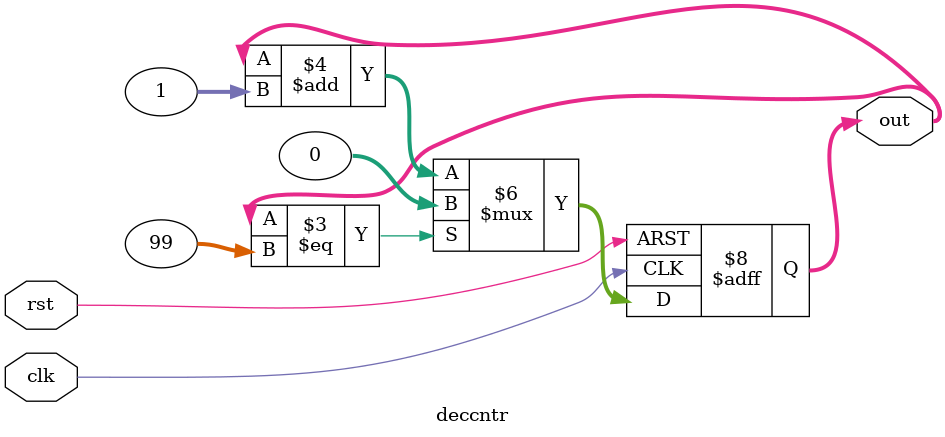
<source format=v>
/*///////////////////////////////////////////////////////////////
 
 Verilog 入門 練習4-3
 
 2つの1ビットの入力clk, rst、1つの32ビットの出力outを持ち、
 clkが立ち上がる度に1加算された値を出力するモジュールdeccntrを作成せよ。
 初期値は0で、rstが立ち下がると0にリセットされるものとする。
 ただし、999の次は0となるようにする。
 
///////////////////////////////////////////////////////////////*/

//`timescale 10ns/10ns
`define ANSWER

//↓ここにモジュールを書く

module deccntr(input clk, input rst, output reg[31:0] out);
    always@(posedge clk or negedge rst)begin
        if(!rst)begin
            out <= 0;
        end else if(out == 99) begin
            out <= 0;
        end else begin
            out <= out+1;
        end
    end
endmodule

//↑ここにモジュールを書く

`include "../p4/q3.v"
/*
module top;
    reg clk, rst;
    wire[31:0] out;
	integer i;
    deccntr i_deccntr(.clk(clk), .rst(rst), .out(out));

    always@(clk, rst)begin
        #5
        $display("out=%10d", out);
    end

    initial begin
        #0
        clk <= 0;
		rst <= 1;
        #5
		rst <= 0;
		#5
		rst <= 1;
		for(i = 0; i < 1100; i = i+1) #10 clk <= ~clk;
		#5
		rst <= 0;
		#5
		rst <= 0;
		for(i = 0; i < 1100; i = i+1) #10 clk <= ~clk;
        $finish();
    end
endmodule
*/
</source>
